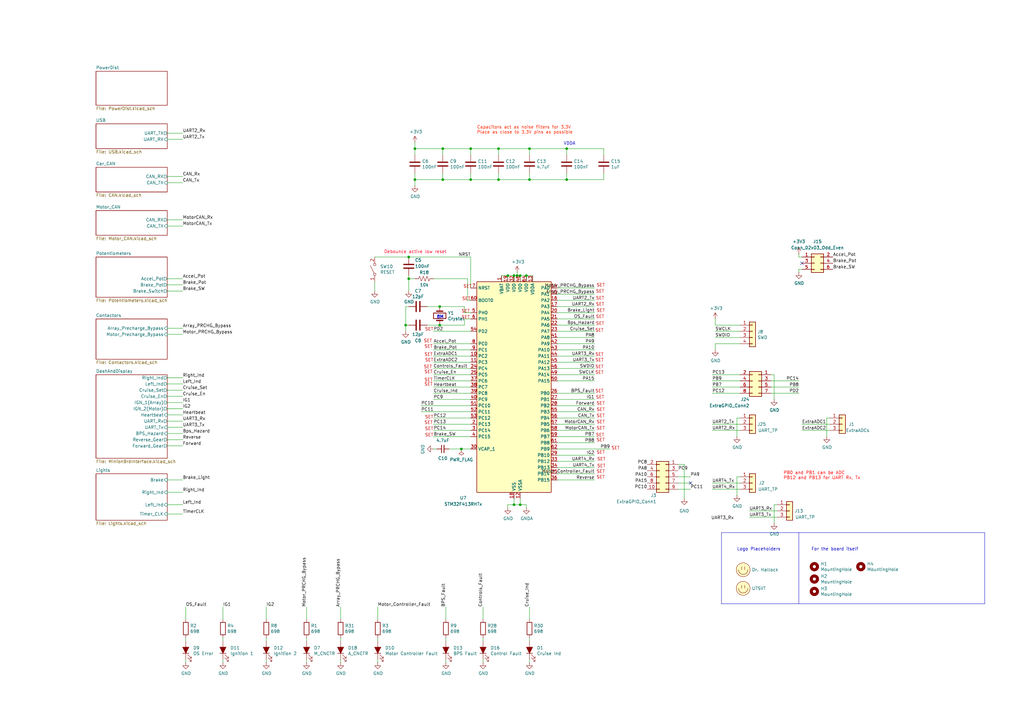
<source format=kicad_sch>
(kicad_sch (version 20231120) (generator "eeschema") (generator_version "8.0")
  (paper "A3")
  (title_block (title "Dashboard") (date "2020-06-06") (rev "2.0") (company "UTSVT") (comment 1 "Author: Chase Block"))
  (junction (at 212.09 113.03))
  (junction (at 217.17 60.96))
  (junction (at 232.41 60.96))
  (junction (at 167.64 105.41))
  (junction (at 217.17 73.66))
  (junction (at 167.64 114.3))
  (junction (at 193.04 60.96))
  (junction (at 210.82 207.01))
  (junction (at 213.36 207.01))
  (junction (at 166.37 133.35))
  (junction (at 180.34 125.73))
  (junction (at 213.36 113.03))
  (junction (at 181.61 60.96))
  (junction (at 208.28 113.03))
  (junction (at 181.61 73.66))
  (junction (at 189.23 184.15))
  (junction (at 215.9 113.03))
  (junction (at 210.82 113.03))
  (junction (at 193.04 73.66))
  (junction (at 232.41 73.66))
  (junction (at 170.18 73.66))
  (junction (at 180.34 133.35))
  (junction (at 204.47 73.66))
  (junction (at 170.18 60.96))
  (junction (at 204.47 60.96))
  (no_connect (at 283.21 198.12))
  (no_connect (at 328.93 107.95))
  (wire (pts (xy 228.6 128.27) (xy 243.84 128.27)))
  (wire (pts (xy 68.58 196.85) (xy 74.93 196.85)))
  (wire (pts (xy 303.53 173.99) (xy 292.1 173.99)))
  (wire (pts (xy 210.82 204.47) (xy 210.82 207.01)))
  (wire (pts (xy 232.41 73.66) (xy 232.41 71.12)))
  (wire (pts (xy 228.6 184.15) (xy 250.19 184.15)))
  (wire (pts (xy 228.6 148.59) (xy 243.84 148.59)))
  (wire (pts (xy 68.58 167.64) (xy 74.93 167.64)))
  (wire (pts (xy 328.93 105.41) (xy 327.66 105.41)))
  (polyline (pts (xy 327.66 218.44) (xy 327.66 247.65)))
  (wire (pts (xy 208.28 115.57) (xy 208.28 113.03)))
  (wire (pts (xy 228.6 156.21) (xy 243.84 156.21)))
  (wire (pts (xy 302.26 179.07) (xy 302.26 171.45)))
  (wire (pts (xy 177.8 153.67) (xy 193.04 153.67)))
  (wire (pts (xy 74.93 170.18) (xy 68.58 170.18)))
  (wire (pts (xy 217.17 60.96) (xy 204.47 60.96)))
  (wire (pts (xy 302.26 195.58) (xy 303.53 195.58)))
  (wire (pts (xy 243.84 123.19) (xy 228.6 123.19)))
  (wire (pts (xy 212.09 113.03) (xy 212.09 111.76)))
  (wire (pts (xy 217.17 271.78) (xy 217.17 270.51)))
  (wire (pts (xy 154.94 271.78) (xy 154.94 270.51)))
  (wire (pts (xy 193.04 171.45) (xy 177.8 171.45)))
  (wire (pts (xy 228.6 173.99) (xy 243.84 173.99)))
  (wire (pts (xy 303.53 133.35) (xy 293.37 133.35)))
  (wire (pts (xy 228.6 151.13) (xy 243.84 151.13)))
  (polyline (pts (xy 295.91 218.44) (xy 403.86 218.44)))
  (wire (pts (xy 318.77 212.09) (xy 307.34 212.09)))
  (wire (pts (xy 228.6 133.35) (xy 243.84 133.35)))
  (wire (pts (xy 181.61 60.96) (xy 193.04 60.96)))
  (wire (pts (xy 76.2 262.89) (xy 76.2 261.62)))
  (wire (pts (xy 213.36 207.01) (xy 210.82 207.01)))
  (wire (pts (xy 175.26 125.73) (xy 180.34 125.73)))
  (wire (pts (xy 68.58 114.3) (xy 74.93 114.3)))
  (wire (pts (xy 167.64 113.03) (xy 167.64 114.3)))
  (wire (pts (xy 68.58 210.82) (xy 74.93 210.82)))
  (wire (pts (xy 243.84 125.73) (xy 228.6 125.73)))
  (wire (pts (xy 68.58 162.56) (xy 74.93 162.56)))
  (wire (pts (xy 125.73 271.78) (xy 125.73 270.51)))
  (wire (pts (xy 109.22 248.92) (xy 109.22 254)))
  (wire (pts (xy 278.13 190.5) (xy 280.67 190.5)))
  (wire (pts (xy 68.58 74.93) (xy 74.93 74.93)))
  (wire (pts (xy 182.88 262.89) (xy 182.88 261.62)))
  (wire (pts (xy 317.5 163.83) (xy 317.5 153.67)))
  (wire (pts (xy 177.8 161.29) (xy 193.04 161.29)))
  (wire (pts (xy 68.58 119.38) (xy 74.93 119.38)))
  (wire (pts (xy 139.7 262.89) (xy 139.7 261.62)))
  (wire (pts (xy 228.6 196.85) (xy 243.84 196.85)))
  (wire (pts (xy 181.61 63.5) (xy 181.61 60.96)))
  (wire (pts (xy 208.28 207.01) (xy 208.28 208.28)))
  (wire (pts (xy 228.6 138.43) (xy 243.84 138.43)))
  (wire (pts (xy 125.73 262.89) (xy 125.73 261.62)))
  (wire (pts (xy 278.13 200.66) (xy 283.21 200.66)))
  (wire (pts (xy 193.04 128.27) (xy 190.5 128.27)))
  (wire (pts (xy 68.58 177.8) (xy 74.93 177.8)))
  (wire (pts (xy 318.77 209.55) (xy 307.34 209.55)))
  (wire (pts (xy 215.9 207.01) (xy 213.36 207.01)))
  (polyline (pts (xy 403.86 247.65) (xy 403.86 218.44)))
  (wire (pts (xy 292.1 161.29) (xy 303.53 161.29)))
  (wire (pts (xy 193.04 176.53) (xy 177.8 176.53)))
  (wire (pts (xy 109.22 262.89) (xy 109.22 261.62)))
  (wire (pts (xy 166.37 133.35) (xy 166.37 135.89)))
  (wire (pts (xy 340.36 176.53) (xy 328.93 176.53)))
  (wire (pts (xy 170.18 114.3) (xy 167.64 114.3)))
  (wire (pts (xy 317.5 214.63) (xy 317.5 207.01)))
  (wire (pts (xy 303.53 200.66) (xy 292.1 200.66)))
  (wire (pts (xy 109.22 271.78) (xy 109.22 270.51)))
  (wire (pts (xy 182.88 248.92) (xy 182.88 254)))
  (wire (pts (xy 177.8 156.21) (xy 193.04 156.21)))
  (wire (pts (xy 68.58 92.71) (xy 74.93 92.71)))
  (wire (pts (xy 228.6 118.11) (xy 243.84 118.11)))
  (wire (pts (xy 243.84 130.81) (xy 228.6 130.81)))
  (wire (pts (xy 68.58 175.26) (xy 74.93 175.26)))
  (wire (pts (xy 125.73 248.92) (xy 125.73 254)))
  (wire (pts (xy 170.18 73.66) (xy 181.61 73.66)))
  (wire (pts (xy 182.88 271.78) (xy 182.88 270.51)))
  (wire (pts (xy 243.84 135.89) (xy 228.6 135.89)))
  (wire (pts (xy 154.94 262.89) (xy 154.94 261.62)))
  (wire (pts (xy 198.12 262.89) (xy 198.12 261.62)))
  (wire (pts (xy 303.53 176.53) (xy 292.1 176.53)))
  (wire (pts (xy 189.23 184.15) (xy 193.04 184.15)))
  (wire (pts (xy 217.17 63.5) (xy 217.17 60.96)))
  (wire (pts (xy 193.04 71.12) (xy 193.04 73.66)))
  (wire (pts (xy 327.66 105.41) (xy 327.66 104.14)))
  (wire (pts (xy 228.6 143.51) (xy 243.84 143.51)))
  (wire (pts (xy 327.66 161.29) (xy 316.23 161.29)))
  (wire (pts (xy 170.18 60.96) (xy 170.18 58.42)))
  (wire (pts (xy 302.26 171.45) (xy 303.53 171.45)))
  (wire (pts (xy 228.6 191.77) (xy 243.84 191.77)))
  (wire (pts (xy 204.47 73.66) (xy 217.17 73.66)))
  (wire (pts (xy 68.58 160.02) (xy 74.93 160.02)))
  (wire (pts (xy 68.58 172.72) (xy 74.93 172.72)))
  (wire (pts (xy 198.12 248.92) (xy 198.12 254)))
  (wire (pts (xy 327.66 111.76) (xy 327.66 110.49)))
  (wire (pts (xy 167.64 125.73) (xy 166.37 125.73)))
  (wire (pts (xy 228.6 163.83) (xy 243.84 163.83)))
  (wire (pts (xy 232.41 60.96) (xy 247.65 60.96)))
  (wire (pts (xy 190.5 128.27) (xy 190.5 125.73)))
  (wire (pts (xy 191.77 123.19) (xy 191.77 114.3)))
  (wire (pts (xy 154.94 248.92) (xy 154.94 254)))
  (wire (pts (xy 167.64 105.41) (xy 193.04 105.41)))
  (wire (pts (xy 327.66 158.75) (xy 316.23 158.75)))
  (wire (pts (xy 217.17 73.66) (xy 232.41 73.66)))
  (wire (pts (xy 218.44 115.57) (xy 218.44 113.03)))
  (wire (pts (xy 228.6 146.05) (xy 243.84 146.05)))
  (wire (pts (xy 215.9 207.01) (xy 215.9 208.28)))
  (wire (pts (xy 68.58 207.01) (xy 74.93 207.01)))
  (wire (pts (xy 91.44 248.92) (xy 91.44 254)))
  (wire (pts (xy 217.17 262.89) (xy 217.17 261.62)))
  (wire (pts (xy 166.37 125.73) (xy 166.37 133.35)))
  (wire (pts (xy 68.58 154.94) (xy 74.93 154.94)))
  (wire (pts (xy 153.67 115.57) (xy 153.67 119.38)))
  (wire (pts (xy 280.67 190.5) (xy 280.67 204.47)))
  (wire (pts (xy 177.8 158.75) (xy 193.04 158.75)))
  (wire (pts (xy 218.44 113.03) (xy 215.9 113.03)))
  (wire (pts (xy 193.04 123.19) (xy 191.77 123.19)))
  (wire (pts (xy 193.04 130.81) (xy 190.5 130.81)))
  (wire (pts (xy 228.6 161.29) (xy 243.84 161.29)))
  (wire (pts (xy 193.04 105.41) (xy 193.04 118.11)))
  (polyline (pts (xy 295.91 247.65) (xy 403.86 247.65)))
  (wire (pts (xy 91.44 271.78) (xy 91.44 270.51)))
  (wire (pts (xy 228.6 168.91) (xy 243.84 168.91)))
  (wire (pts (xy 278.13 195.58) (xy 283.21 195.58)))
  (wire (pts (xy 68.58 116.84) (xy 74.93 116.84)))
  (wire (pts (xy 292.1 156.21) (xy 303.53 156.21)))
  (wire (pts (xy 190.5 130.81) (xy 190.5 133.35)))
  (wire (pts (xy 68.58 54.61) (xy 74.93 54.61)))
  (wire (pts (xy 210.82 113.03) (xy 212.09 113.03)))
  (wire (pts (xy 170.18 71.12) (xy 170.18 73.66)))
  (wire (pts (xy 228.6 153.67) (xy 243.84 153.67)))
  (wire (pts (xy 68.58 134.62) (xy 74.93 134.62)))
  (wire (pts (xy 228.6 179.07) (xy 243.84 179.07)))
  (wire (pts (xy 303.53 138.43) (xy 293.37 138.43)))
  (wire (pts (xy 292.1 153.67) (xy 303.53 153.67)))
  (wire (pts (xy 293.37 140.97) (xy 293.37 143.51)))
  (wire (pts (xy 339.09 179.07) (xy 339.09 171.45)))
  (wire (pts (xy 193.04 73.66) (xy 204.47 73.66)))
  (wire (pts (xy 177.8 151.13) (xy 193.04 151.13)))
  (wire (pts (xy 204.47 71.12) (xy 204.47 73.66)))
  (wire (pts (xy 205.74 113.03) (xy 208.28 113.03)))
  (wire (pts (xy 190.5 133.35) (xy 180.34 133.35)))
  (wire (pts (xy 228.6 186.69) (xy 243.84 186.69)))
  (wire (pts (xy 228.6 171.45) (xy 243.84 171.45)))
  (wire (pts (xy 217.17 248.92) (xy 217.17 254)))
  (polyline (pts (xy 295.91 218.44) (xy 295.91 247.65)))
  (wire (pts (xy 303.53 198.12) (xy 292.1 198.12)))
  (wire (pts (xy 232.41 73.66) (xy 247.65 73.66)))
  (wire (pts (xy 317.5 207.01) (xy 318.77 207.01)))
  (wire (pts (xy 170.18 63.5) (xy 170.18 60.96)))
  (wire (pts (xy 167.64 133.35) (xy 166.37 133.35)))
  (wire (pts (xy 68.58 157.48) (xy 74.93 157.48)))
  (wire (pts (xy 292.1 158.75) (xy 303.53 158.75)))
  (wire (pts (xy 228.6 189.23) (xy 243.84 189.23)))
  (wire (pts (xy 303.53 140.97) (xy 293.37 140.97)))
  (wire (pts (xy 217.17 71.12) (xy 217.17 73.66)))
  (wire (pts (xy 177.8 135.89) (xy 193.04 135.89)))
  (wire (pts (xy 177.8 140.97) (xy 193.04 140.97)))
  (wire (pts (xy 198.12 271.78) (xy 198.12 270.51)))
  (wire (pts (xy 181.61 73.66) (xy 193.04 73.66)))
  (wire (pts (xy 177.8 184.15) (xy 179.07 184.15)))
  (wire (pts (xy 76.2 271.78) (xy 76.2 270.51)))
  (wire (pts (xy 91.44 262.89) (xy 91.44 261.62)))
  (wire (pts (xy 177.8 143.51) (xy 193.04 143.51)))
  (wire (pts (xy 247.65 73.66) (xy 247.65 71.12)))
  (wire (pts (xy 139.7 248.92) (xy 139.7 254)))
  (wire (pts (xy 68.58 182.88) (xy 74.93 182.88)))
  (wire (pts (xy 228.6 194.31) (xy 243.84 194.31)))
  (wire (pts (xy 247.65 60.96) (xy 247.65 63.5)))
  (wire (pts (xy 193.04 173.99) (xy 177.8 173.99)))
  (wire (pts (xy 302.26 203.2) (xy 302.26 195.58)))
  (wire (pts (xy 303.53 135.89) (xy 293.37 135.89)))
  (wire (pts (xy 177.8 163.83) (xy 193.04 163.83)))
  (wire (pts (xy 193.04 166.37) (xy 172.72 166.37)))
  (wire (pts (xy 68.58 137.16) (xy 74.93 137.16)))
  (wire (pts (xy 68.58 165.1) (xy 74.93 165.1)))
  (wire (pts (xy 172.72 168.91) (xy 193.04 168.91)))
  (wire (pts (xy 167.64 114.3) (xy 167.64 119.38)))
  (wire (pts (xy 68.58 201.93) (xy 74.93 201.93)))
  (wire (pts (xy 210.82 115.57) (xy 210.82 113.03)))
  (wire (pts (xy 175.26 133.35) (xy 180.34 133.35)))
  (wire (pts (xy 139.7 271.78) (xy 139.7 270.51)))
  (wire (pts (xy 327.66 110.49) (xy 328.93 110.49)))
  (wire (pts (xy 215.9 115.57) (xy 215.9 113.03)))
  (wire (pts (xy 68.58 72.39) (xy 74.93 72.39)))
  (wire (pts (xy 228.6 166.37) (xy 243.84 166.37)))
  (wire (pts (xy 170.18 60.96) (xy 181.61 60.96)))
  (wire (pts (xy 181.61 71.12) (xy 181.61 73.66)))
  (wire (pts (xy 68.58 90.17) (xy 74.93 90.17)))
  (wire (pts (xy 228.6 176.53) (xy 243.84 176.53)))
  (wire (pts (xy 205.74 115.57) (xy 205.74 113.03)))
  (wire (pts (xy 278.13 198.12) (xy 283.21 198.12)))
  (wire (pts (xy 68.58 180.34) (xy 74.93 180.34)))
  (wire (pts (xy 170.18 73.66) (xy 170.18 76.2)))
  (wire (pts (xy 177.8 148.59) (xy 193.04 148.59)))
  (wire (pts (xy 68.58 57.15) (xy 74.93 57.15)))
  (wire (pts (xy 193.04 60.96) (xy 193.04 63.5)))
  (wire (pts (xy 210.82 207.01) (xy 208.28 207.01)))
  (wire (pts (xy 213.36 115.57) (xy 213.36 113.03)))
  (wire (pts (xy 213.36 113.03) (xy 212.09 113.03)))
  (wire (pts (xy 193.04 179.07) (xy 177.8 179.07)))
  (wire (pts (xy 208.28 113.03) (xy 210.82 113.03)))
  (wire (pts (xy 177.8 146.05) (xy 193.04 146.05)))
  (wire (pts (xy 191.77 114.3) (xy 177.8 114.3)))
  (wire (pts (xy 327.66 156.21) (xy 316.23 156.21)))
  (wire (pts (xy 228.6 181.61) (xy 243.84 181.61)))
  (wire (pts (xy 340.36 173.99) (xy 328.93 173.99)))
  (wire (pts (xy 339.09 171.45) (xy 340.36 171.45)))
  (wire (pts (xy 204.47 63.5) (xy 204.47 60.96)))
  (wire (pts (xy 217.17 60.96) (xy 232.41 60.96)))
  (wire (pts (xy 232.41 60.96) (xy 232.41 63.5)))
  (wire (pts (xy 215.9 113.03) (xy 213.36 113.03)))
  (wire (pts (xy 190.5 125.73) (xy 180.34 125.73)))
  (wire (pts (xy 293.37 133.35) (xy 293.37 130.81)))
  (wire (pts (xy 153.67 105.41) (xy 167.64 105.41)))
  (wire (pts (xy 228.6 140.97) (xy 243.84 140.97)))
  (wire (pts (xy 213.36 204.47) (xy 213.36 207.01)))
  (wire (pts (xy 184.15 184.15) (xy 189.23 184.15)))
  (wire (pts (xy 228.6 120.65) (xy 243.84 120.65)))
  (wire (pts (xy 76.2 248.92) (xy 76.2 254)))
  (wire (pts (xy 193.04 60.96) (xy 204.47 60.96)))
  (wire (pts (xy 317.5 153.67) (xy 316.23 153.67)))
  (text "SET" (at 245.872 147.828 0) (effects (font (size 1.27 1.27))))
  (text "SET" (at 245.872 152.908 0) (effects (font (size 1.27 1.27))))
  (text "SET" (at 175.768 152.654 0) (effects (font (size 1.27 1.27))))
  (text "SET" (at 175.514 150.622 0) (effects (font (size 1.27 1.27))))
  (text "SET" (at 175.514 139.954 0) (effects (font (size 1.27 1.27))))
  (text "SET" (at 246.126 163.068 0) (effects (font (size 1.27 1.27))))
  (text "SET" (at 191.262 122.682 0) (effects (font (size 1.27 1.27))))
  (text "SET" (at 246.38 173.228 0) (effects (font (size 1.27 1.27))))
  (text "SET" (at 246.38 170.688 0) (effects (font (size 1.27 1.27))))
  (text "VDDA" (at 231.14 59.69 0) (effects (font (size 1.27 1.27)) (justify left bottom)))
  (text "SET" (at 246.126 132.842 0) (effects (font (size 1.27 1.27))))
  (text "8M" (at 179.07 130.81 0) (effects (font (size 1.27 1.27) (thickness 0.254) (bold yes)) (justify left bottom)))
  (text "SET" (at 246.634 188.468 0) (effects (font (size 1.27 1.27))))
  (text "SET" (at 245.872 160.528 0) (effects (font (size 1.27 1.27))))
  (text "SET" (at 191.77 117.602 0) (effects (font (size 1.27 1.27))))
  (text "SET" (at 246.38 193.548 0) (effects (font (size 1.27 1.27))))
  (text "SET" (at 175.768 157.734 0) (effects (font (size 1.27 1.27))))
  (text "SET" (at 246.38 165.608 0) (effects (font (size 1.27 1.27))))
  (text "SET" (at 246.126 178.562 0) (effects (font (size 1.27 1.27))))
  (text "SET" (at 246.38 127.508 0) (effects (font (size 1.27 1.27))))
  (text "SET" (at 246.38 195.834 0) (effects (font (size 1.27 1.27))))
  (text "SET" (at 246.126 119.634 0) (effects (font (size 1.27 1.27))))
  (text "SET" (at 245.872 135.636 0) (effects (font (size 1.27 1.27))))
  (text "SET" (at 246.126 124.968 0) (effects (font (size 1.27 1.27))))
  (text "SET" (at 246.38 185.674 0) (effects (font (size 1.27 1.27))))
  (text "SET" (at 252.476 183.896 0) (effects (font (size 1.27 1.27))))
  (text "SET" (at 245.872 150.622 0) (effects (font (size 1.27 1.27))))
  (text "SET" (at 175.768 173.482 0) (effects (font (size 1.27 1.27))))
  (text "SET" (at 176.022 147.828 0) (effects (font (size 1.27 1.27))))
  (text "PB0 and PB1 can be ADC\nPB12 and PB13 for UART Rx, Tx\n" (at 321.31 196.85 0) (effects (font (size 1.27 1.27)) (justify left bottom)))
  (text "SET" (at 246.634 191.262 0) (effects (font (size 1.27 1.27))))
  (text "SET" (at 176.022 171.196 0) (effects (font (size 1.27 1.27))))
  (text "SET" (at 246.38 168.148 0) (effects (font (size 1.27 1.27))))
  (text "SET" (at 191.008 130.302 0) (effects (font (size 1.27 1.27))))
  (text "SET" (at 176.022 135.128 0) (effects (font (size 1.27 1.27))))
  (text "SET" (at 175.768 155.956 0) (effects (font (size 1.27 1.27))))
  (text "SET" (at 246.38 180.594 0) (effects (font (size 1.27 1.27))))
  (text "Debounce active low reset" (at 157.48 104.14 0) (effects (font (size 1.27 1.27)) (justify left bottom)))
  (text "SET" (at 175.768 145.542 0) (effects (font (size 1.27 1.27))))
  (text "SET" (at 245.872 145.542 0) (effects (font (size 1.27 1.27))))
  (text "SET" (at 191.008 127.762 0) (effects (font (size 1.27 1.27))))
  (text "Logo Placeholders" (at 302.26 226.06 0) (effects (font (size 1.27 1.27)) (justify left bottom)))
  (text "SET" (at 246.126 130.048 0) (effects (font (size 1.27 1.27))))
  (text "SET" (at 175.768 142.24 0) (effects (font (size 1.27 1.27))))
  (text "SET" (at 246.126 122.428 0) (effects (font (size 1.27 1.27))))
  (text "SET" (at 246.38 175.768 0) (effects (font (size 1.27 1.27))))
  (text "Capacitors act as noise filters for 3.3V\nPlace as close to 3.3V pins as possible\n\n" (at 195.58 57.15 0) (effects (font (size 1.27 1.27)) (justify left bottom)))
  (text "For the board itself" (at 332.74 226.06 0) (effects (font (size 1.27 1.27)) (justify left bottom)))
  (text "SET" (at 246.38 117.094 0) (effects (font (size 1.27 1.27))))
  (text "SET" (at 176.022 178.562 0) (effects (font (size 1.27 1.27))))
  (text "SET" (at 176.022 176.022 0) (effects (font (size 1.27 1.27))))
  (label "PC13" (at 177.8 173.99 0))
  (label "Right_Ind" (at 74.93 154.94 0))
  (label "UART4_Rx" (at 292.1 200.66 0))
  (label "ExtraADC1" (at 177.8 146.05 0))
  (label "Array_PRCHG_Bypass" (at 139.7 248.92 90))
  (label "PD2" (at 177.8 135.89 0))
  (label "IG1" (at 243.84 163.83 180))
  (label "ExtraADC1" (at 328.93 173.99 0))
  (label "PB7" (at 243.84 179.07 180))
  (label "PC14" (at 327.66 156.21 180))
  (label "TimerCLK" (at 177.8 156.21 0))
  (label "Cruise_Set" (at 243.84 135.89 180))
  (label "PC10" (at 265.43 200.66 180))
  (label "UART2_Rx" (at 243.84 125.73 180))
  (label "Bps_Hazard" (at 74.93 177.8 0))
  (label "BPS_Fault" (at 182.88 248.92 90))
  (label "Motor_Controller_Fault" (at 243.84 194.31 180))
  (label "UART3_Tx" (at 243.84 148.59 180))
  (label "Brake_Pot" (at 74.93 116.84 0))
  (label "IG2" (at 243.84 186.69 180))
  (label "Cruise_Ind" (at 177.8 161.29 0))
  (label "CAN_Tx" (at 74.93 74.93 0))
  (label "BPS_Fault" (at 243.84 161.29 180))
  (label "PB8" (at 243.84 181.61 180))
  (label "Brake_Pot" (at 177.8 143.51 0))
  (label "Reverse" (at 243.84 196.85 180))
  (label "UART2_Tx" (at 243.84 123.19 180))
  (label "IG2" (at 109.22 248.92 0))
  (label "MotorCAN_Tx" (at 74.93 92.71 0))
  (label "PC9" (at 177.8 163.83 0))
  (label "IG2" (at 74.93 167.64 0))
  (label "UART2_Tx" (at 292.1 173.99 0))
  (label "UART4_Rx" (at 243.84 189.23 180))
  (label "CAN_Rx" (at 243.84 168.91 180))
  (label "PC9" (at 278.13 193.04 0))
  (label "ExtraADC2" (at 328.93 176.53 0))
  (label "Heartbeat" (at 177.8 158.75 0))
  (label "Right_Ind" (at 74.93 201.93 0))
  (label "PC12" (at 292.1 161.29 0))
  (label "UART3_Rx" (at 307.34 209.55 0))
  (label "UART2_Tx" (at 74.93 57.15 0))
  (label "Array_PRCHG_Bypass" (at 243.84 120.65 180))
  (label "Accel_Pot" (at 177.8 140.97 0))
  (label "SWCLK" (at 293.37 135.89 0))
  (label "UART2_Rx" (at 74.93 54.61 0))
  (label "Reverse" (at 74.93 180.34 0))
  (label "Forward" (at 74.93 182.88 0))
  (label "Brake_SW" (at 177.8 179.07 0))
  (label "SWDIO" (at 293.37 138.43 0))
  (label "IG1" (at 74.93 165.1 0))
  (label "PC12" (at 177.8 171.45 0))
  (label "SWDIO" (at 243.84 151.13 180))
  (label "ExtraADC2" (at 177.8 148.59 0))
  (label "PA10" (at 265.43 195.58 180))
  (label "PA9" (at 283.21 195.58 0))
  (label "IG1" (at 91.44 248.92 0))
  (label "PA15" (at 265.43 198.12 180))
  (label "PC8" (at 265.43 190.5 180))
  (label "PB9" (at 292.1 156.21 0))
  (label "MotorCAN_Tx" (at 243.84 176.53 180))
  (label "Brake_Pot" (at 341.63 107.95 0))
  (label "Controls_Fault" (at 177.8 151.13 0))
  (label "Accel_Pot" (at 74.93 114.3 0))
  (label "PB7" (at 292.1 158.75 0))
  (label "OS_Fault" (at 76.2 248.92 0))
  (label "Cruise_Ind" (at 217.17 248.92 90))
  (label "PC10" (at 172.72 166.37 0))
  (label "Motor_PRCHG_Bypass" (at 125.73 248.92 90))
  (label "PA8" (at 243.84 138.43 180))
  (label "Cruise_Set" (at 74.93 160.02 0))
  (label "Brake_Light" (at 74.93 196.85 0))
  (label "Left_Ind" (at 74.93 207.01 0))
  (label "SWCLK" (at 243.84 153.67 180))
  (label "PB8" (at 327.66 158.75 180))
  (label "Cruise_En" (at 74.93 162.56 0))
  (label "UART2_Rx" (at 292.1 176.53 0))
  (label "Motor_PRCHG_Bypass" (at 243.84 118.11 180))
  (label "UART3_Tx" (at 74.93 175.26 0))
  (label "Left_Ind" (at 74.93 157.48 0))
  (label "PA9" (at 243.84 140.97 180))
  (label "Cruise_En" (at 177.8 153.67 0))
  (label "Brake_SW" (at 74.93 119.38 0))
  (label "PC11" (at 283.21 200.66 0))
  (label "Brake_Light" (at 243.84 128.27 180))
  (label "Motor_Controller_Fault" (at 154.94 248.92 0))
  (label "MotorCAN_Rx" (at 243.84 173.99 180))
  (label "UART3_Rx" (at 243.84 146.05 180))
  (label "NRST" (at 193.04 105.41 180))
  (label "OS_Fault" (at 243.84 130.81 180))
  (label "CAN_Rx" (at 74.93 72.39 0))
  (label "UART4_Tx" (at 243.84 191.77 180))
  (label "PC13" (at 292.1 153.67 0))
  (label "Brake_SW" (at 341.63 110.49 0))
  (label "Accel_Pot" (at 341.63 105.41 0))
  (label "Bps_Hazard" (at 243.84 133.35 180))
  (label "Controls_Fault" (at 198.12 248.92 90))
  (label "MotorCAN_Rx" (at 74.93 90.17 0))
  (label "PA10" (at 243.84 143.51 180))
  (label "Heartbeat" (at 74.93 170.18 0))
  (label "CAN_Tx" (at 243.84 171.45 180))
  (label "Forward" (at 243.84 166.37 180))
  (label "TimerCLK" (at 74.93 210.82 0))
  (label "Motor_PRCHG_Bypass" (at 74.93 137.16 0))
  (label "UART4_Tx" (at 292.1 198.12 0))
  (label "UART3_Rx" (at 300.99 213.36 180))
  (label "PA15" (at 243.84 156.21 180))
  (label "PC14" (at 177.8 176.53 0))
  (label "UART3_Rx" (at 74.93 172.72 0))
  (label "UART3_Tx" (at 307.34 212.09 0))
  (label "PD2" (at 327.66 161.29 180))
  (label "PB9" (at 250.19 184.15 180))
  (label "PC11" (at 172.72 168.91 0))
  (label "Array_PRCHG_Bypass" (at 74.93 134.62 0))
  (label "PA8" (at 265.43 193.04 180))
  (symbol (lib_id "Mechanical:MountingHole") (at 334.01 232.41 0) (unit 1)
    (property "Reference" "H1" (at 336.55 231.2416 0) (effects (justify left)))
    (property "Value" "MountingHole" (at 336.55 233.553 0) (effects (justify left)))
    (property "Footprint" "MountingHole:MountingHole_3mm" (effects (hide yes)))
    (property "Description" "Mounting Hole without connection" (effects (hide yes)))
  )
  (symbol (lib_id "Mechanical:MountingHole") (at 334.01 237.49 0) (unit 1)
    (property "Reference" "H2" (at 336.55 236.3216 0) (effects (justify left)))
    (property "Value" "MountingHole" (at 336.55 238.633 0) (effects (justify left)))
    (property "Footprint" "MountingHole:MountingHole_3mm" (effects (hide yes)))
    (property "Description" "Mounting Hole without connection" (effects (hide yes)))
  )
  (symbol (lib_id "Mechanical:MountingHole") (at 334.01 242.57 0) (unit 1)
    (property "Reference" "H3" (at 336.55 241.4016 0) (effects (justify left)))
    (property "Value" "MountingHole" (at 336.55 243.713 0) (effects (justify left)))
    (property "Footprint" "MountingHole:MountingHole_3mm" (effects (hide yes)))
    (property "Description" "Mounting Hole without connection" (effects (hide yes)))
  )
  (symbol (lib_id "Mechanical:MountingHole") (at 353.06 232.41 0) (unit 1)
    (property "Reference" "H4" (at 355.6 231.2416 0) (effects (justify left)))
    (property "Value" "MountingHole" (at 355.6 233.553 0) (effects (justify left)))
    (property "Footprint" "MountingHole:MountingHole_3mm" (effects (hide yes)))
    (property "Description" "Mounting Hole without connection" (effects (hide yes)))
  )
  (symbol (lib_id "MCU_ST_STM32F4:STM32F413RHTx") (at 210.82 158.75 0) (unit 1)
    (property "Reference" "U7" (at 189.992 204.216 0))
    (property "Value" "STM32F413RHTx" (at 189.992 206.756 0))
    (property "Footprint" "Package_QFP:LQFP-64_10x10mm_P0.5mm" (effects (hide yes)))
    (property "Datasheet" "https://www.st.com/resource/en/datasheet/stm32f413rh.pdf" (effects (hide yes)))
    (property "Description" "STMicroelectronics Arm Cortex-M4 MCU, 1536KB flash, 320KB RAM, 100 MHz, 1.7-3.6V, 50 GPIO, LQFP64" (effects (hide yes)))
    (property "Mouser Part Number" "511-STM32F413RHT6" (effects (hide yes)))
  )
  (symbol (lib_id "power:+3.3V") (at 212.09 111.76 0) (unit 1)
    (property "Reference" "#PWR055" (effects (hide yes)))
    (property "Value" "+3V3" (at 212.471 107.3658 0))
    (property "Description" "Power symbol creates a global label with name \"+3.3V\"" (effects (hide yes)))
  )
  (symbol (lib_id "Device:R_US") (at 173.99 114.3 270) (unit 1)
    (property "Reference" "R18" (at 173.99 111.76 90))
    (property "Value" "10k" (at 173.99 116.84 90))
    (property "Footprint" "Resistor_SMD:R_0805_2012Metric" (effects (hide yes)))
    (property "Datasheet" "https://www.mouser.in/ProductDetail/Vishay-Dale/CRCW080510K0FKEAC?qs=E3Y5ESvWgWORadmUijPtxQ%3D%3D" (effects (hide yes)))
    (property "Description" "Resistor, US symbol" (effects (hide yes)))
    (property "Mouser Part Number" "71-CRCW080510K0FKEAC " (effects (hide yes)))
  )
  (symbol (lib_id "power:GND") (at 167.64 119.38 0) (unit 1)
    (property "Reference" "#PWR050" (effects (hide yes)))
    (property "Value" "GND" (at 167.767 123.7742 0))
    (property "Description" "Power symbol creates a global label with name \"GND\" , ground" (effects (hide yes)))
  )
  (symbol (lib_id "Switch:SW_SPST") (at 153.67 110.49 90) (unit 1)
    (property "Reference" "SW10" (at 155.9052 109.3216 90) (effects (justify right)))
    (property "Value" "RESET" (at 155.9052 111.633 90) (effects (justify right)))
    (property "Footprint" "Button_Switch_SMD:SW_SPST_B3SL-1002P" (effects (hide yes)))
    (property "Datasheet" "https://www.mouser.com/ProductDetail/Omron-Electronics/B3SL-1002P?qs=h8kCHL4kpM7r31L1Z%2F%2FPBA%3D%3D&srsltid=AfmBOoqvnlLm4d6j_9UScyYaFdA6exiWHwrXO8PNd4a5HEouRWEwRn-u" (effects (hide yes)))
    (property "Description" "Single Pole Single Throw (SPST) switch" (effects (hide yes)))
    (property "Mouser Part Number" "653-B3SL-1002P " (effects (hide yes)))
  )
  (symbol (lib_id "power:GND") (at 153.67 119.38 0) (unit 1)
    (property "Reference" "#PWR048" (effects (hide yes)))
    (property "Value" "GND" (at 153.797 123.7742 0))
    (property "Description" "Power symbol creates a global label with name \"GND\" , ground" (effects (hide yes)))
  )
  (symbol (lib_id "Device:C") (at 167.64 109.22 0) (unit 1)
    (property "Reference" "C5" (at 170.18 106.68 0) (effects (justify left)))
    (property "Value" "100nF" (at 170.18 109.22 0) (effects (justify left)))
    (property "Footprint" "Capacitor_SMD:C_0805_2012Metric" (effects (hide yes)))
    (property "Datasheet" "https://www.mouser.com/ProductDetail/KEMET/C0805C104M5RACTU?qs=VOOUd%252Bza08qHu13WgNByHQ%3D%3D" (effects (hide yes)))
    (property "Description" "Unpolarized capacitor" (effects (hide yes)))
    (property "Mouser Part Number" "80-C0805C104M5R" (effects (hide yes)))
  )
  (symbol (lib_id "Device:C_Small") (at 181.61 184.15 90) (unit 1)
    (property "Reference" "C10" (at 181.61 187.96 90))
    (property "Value" "4.7uF" (at 181.61 180.6448 90))
    (property "Footprint" "Capacitor_SMD:C_0805_2012Metric" (effects (hide yes)))
    (property "Datasheet" "https://www.mouser.com/ProductDetail/Murata-Electronics/GRM219R6YA475KA73D?qs=eeBpzGFlv%252B%252Bho6epIC%2FPCA%3D%3D&srsltid=AfmBOor8KpuDmhbErgZyZAx51mjKq7YIEoZ5aJP4Jbdc10duuv9ImkWI" (effects (hide yes)))
    (property "Description" "Unpolarized capacitor, small symbol" (effects (hide yes)))
    (property "Mouser Part Number" "81-GRM219R6YA475KA3D" (effects (hide yes)))
  )
  (symbol (lib_id "power:GND") (at 177.8 184.15 270) (unit 1)
    (property "Reference" "#PWR053" (effects (hide yes)))
    (property "Value" "GND" (at 173.4058 184.277 0))
    (property "Description" "Power symbol creates a global label with name \"GND\" , ground" (effects (hide yes)))
  )
  (symbol (lib_id "Device:Crystal") (at 180.34 129.54 90) (unit 1)
    (property "Reference" "Y1" (at 183.6674 128.3716 90) (effects (justify right)))
    (property "Value" "Crystal" (at 183.6674 130.683 90) (effects (justify right)))
    (property "Footprint" "Crystal:Crystal_SMD_TXC_7A-2Pin_5x3.2mm" (effects (hide yes)))
    (property "Description" "Two pin crystal" (effects (hide yes)))
    (property "Mouser Part Number" "ABM3-8.000MHZ-D2Y-T" (effects (hide yes)))
  )
  (symbol (lib_id "Device:C") (at 171.45 125.73 270) (unit 1)
    (property "Reference" "C7" (at 171.45 119.3292 90))
    (property "Value" "12pF" (at 171.45 121.6406 90))
    (property "Footprint" "Capacitor_SMD:C_0805_2012Metric" (effects (hide yes)))
    (property "Datasheet" "https://www.mouser.com/ProductDetail/KEMET/C0805C120K5HACTU?qs=W0yvOO0ixfGH1U1FMTp%2FYw%3D%3D&srsltid=AfmBOopk7J7s_aekY7Ow_i_XB0RBPUFpH4WlJIO-G5MdWjSQ5G2q3HI1" (effects (hide yes)))
    (property "Description" "Unpolarized capacitor" (effects (hide yes)))
    (property "Mouser Part Number" "80-C0805C120K5HACTU" (effects (hide yes)))
  )
  (symbol (lib_id "Device:C") (at 171.45 133.35 270) (unit 1)
    (property "Reference" "C8" (at 171.45 139.7 90))
    (property "Value" "12pF" (at 171.45 137.16 90))
    (property "Footprint" "Capacitor_SMD:C_0805_2012Metric" (effects (hide yes)))
    (property "Datasheet" "https://www.mouser.com/ProductDetail/KEMET/C0805C120K5HACTU?qs=W0yvOO0ixfGH1U1FMTp%2FYw%3D%3D&srsltid=AfmBOopk7J7s_aekY7Ow_i_XB0RBPUFpH4WlJIO-G5MdWjSQ5G2q3HI1" (effects (hide yes)))
    (property "Description" "Unpolarized capacitor" (effects (hide yes)))
    (property "Mouser Part Number" "80-C0805C120K5HACTU" (effects (hide yes)))
  )
  (symbol (lib_id "power:GND") (at 166.37 135.89 0) (unit 1)
    (property "Reference" "#PWR049" (effects (hide yes)))
    (property "Value" "GND" (at 166.497 140.2842 0))
    (property "Description" "Power symbol creates a global label with name \"GND\" , ground" (effects (hide yes)))
  )
  (symbol (lib_id "Connector_Generic:Conn_01x04") (at 308.61 135.89 0) (unit 1)
    (property "Reference" "J8" (at 310.642 136.0932 0) (effects (justify left)))
    (property "Value" "SWD" (at 310.642 138.4046 0) (effects (justify left)))
    (property "Footprint" "Connector_PinHeader_2.54mm:PinHeader_1x04_P2.54mm_Vertical" (effects (hide yes)))
    (property "Description" "Generic connector, single row, 01x04, script generated (kicad-library-utils/schlib/autogen/connector/)" (effects (hide yes)))
  )
  (symbol (lib_id "power:GND") (at 293.37 143.51 0) (unit 1)
    (property "Reference" "#PWR057" (effects (hide yes)))
    (property "Value" "GND" (at 293.497 147.9042 0))
    (property "Description" "Power symbol creates a global label with name \"GND\" , ground" (effects (hide yes)))
  )
  (symbol (lib_id "power:+3.3V") (at 293.37 130.81 0) (unit 1)
    (property "Reference" "#PWR058" (effects (hide yes)))
    (property "Value" "+3V3" (at 293.751 126.4158 0))
    (property "Description" "Power symbol creates a global label with name \"+3.3V\"" (effects (hide yes)))
  )
  (symbol (lib_id "power:+3.3V") (at 170.18 58.42 0) (unit 1)
    (property "Reference" "#PWR051" (effects (hide yes)))
    (property "Value" "+3V3" (at 170.561 54.0258 0))
    (property "Description" "Power symbol creates a global label with name \"+3.3V\"" (effects (hide yes)))
  )
  (symbol (lib_id "power:GND") (at 170.18 76.2 0) (unit 1)
    (property "Reference" "#PWR052" (effects (hide yes)))
    (property "Value" "GND" (at 170.307 80.5942 0))
    (property "Description" "Power symbol creates a global label with name \"GND\" , ground" (effects (hide yes)))
  )
  (symbol (lib_id "Device:C") (at 170.18 67.31 0) (unit 1)
    (property "Reference" "C6" (at 173.101 66.1416 0) (effects (justify left)))
    (property "Value" "100nF" (at 173.101 68.453 0) (effects (justify left)))
    (property "Footprint" "Capacitor_SMD:C_0805_2012Metric" (effects (hide yes)))
    (property "Datasheet" "https://www.mouser.com/ProductDetail/KEMET/C0805C104M5RACTU?qs=VOOUd%252Bza08qHu13WgNByHQ%3D%3D" (effects (hide yes)))
    (property "Description" "Unpolarized capacitor" (effects (hide yes)))
    (property "Mouser Part Number" "80-C0805C104M5R" (effects (hide yes)))
  )
  (symbol (lib_id "Device:C") (at 217.17 67.31 0) (unit 1)
    (property "Reference" "C13" (at 220.091 66.1416 0) (effects (justify left)))
    (property "Value" "4.7uF" (at 220.091 68.453 0) (effects (justify left)))
    (property "Footprint" "Capacitor_SMD:C_0805_2012Metric" (effects (hide yes)))
    (property "Datasheet" "https://www.mouser.com/ProductDetail/Murata-Electronics/GRM219R6YA475KA73D?qs=eeBpzGFlv%252B%252Bho6epIC%2FPCA%3D%3D&srsltid=AfmBOor8KpuDmhbErgZyZAx51mjKq7YIEoZ5aJP4Jbdc10duuv9ImkWI" (effects (hide yes)))
    (property "Description" "Unpolarized capacitor" (effects (hide yes)))
    (property "Mouser Part Number" "81-GRM219R6YA475KA3D" (effects (hide yes)))
  )
  (symbol (lib_id "Device:C") (at 232.41 67.31 0) (unit 1)
    (property "Reference" "C14" (at 235.331 66.1416 0) (effects (justify left)))
    (property "Value" "100nF" (at 235.331 68.453 0) (effects (justify left)))
    (property "Footprint" "Capacitor_SMD:C_0805_2012Metric" (effects (hide yes)))
    (property "Datasheet" "https://www.mouser.com/ProductDetail/KEMET/C0805C104M5RACTU?qs=VOOUd%252Bza08qHu13WgNByHQ%3D%3D" (effects (hide yes)))
    (property "Description" "Unpolarized capacitor" (effects (hide yes)))
    (property "Mouser Part Number" "80-C0805C104M5R" (effects (hide yes)))
  )
  (symbol (lib_id "power:GND") (at 208.28 208.28 0) (unit 1)
    (property "Reference" "#PWR054" (effects (hide yes)))
    (property "Value" "GND" (at 208.407 212.6742 0))
    (property "Description" "Power symbol creates a global label with name \"GND\" , ground" (effects (hide yes)))
  )
  (symbol (lib_id "power:GNDA") (at 215.9 208.28 0) (unit 1)
    (property "Reference" "#PWR056" (effects (hide yes)))
    (property "Value" "GNDA" (at 216.027 212.6742 0))
    (property "Description" "Power symbol creates a global label with name \"GNDA\" , analog ground" (effects (hide yes)))
  )
  (symbol (lib_id "Dashboard-rescue:Logo_Placeholder-utsvt-misc") (at 304.8 241.3 0) (unit 1)
    (property "Reference" "LOGO2" (effects (hide yes)))
    (property "Value" "UTSVT" (at 308.356 241.3 0) (effects (justify left)))
    (property "Footprint" "UTSVT_Special:UTSVT_Logo_Symbol" (effects (hide yes)))
  )
  (symbol (lib_id "Dashboard-rescue:Logo_Placeholder-utsvt-misc") (at 304.8 233.68 0) (unit 1)
    (property "Reference" "LOGO1" (effects (hide yes)))
    (property "Value" "Dr. Hallock" (at 308.356 233.68 0) (effects (justify left)))
    (property "Footprint" "UTSVT_Special:Hallock_Image" (effects (hide yes)))
  )
  (symbol (lib_id "power:GND") (at 317.5 163.83 0) (unit 1)
    (property "Reference" "#PWR0127" (effects (hide yes)))
    (property "Value" "GND" (at 317.627 168.2242 0))
    (property "Description" "Power symbol creates a global label with name \"GND\" , ground" (effects (hide yes)))
  )
  (symbol (lib_id "power:GND") (at 302.26 179.07 0) (unit 1)
    (property "Reference" "#PWR0128" (effects (hide yes)))
    (property "Value" "GND" (at 302.387 183.4642 0))
    (property "Description" "Power symbol creates a global label with name \"GND\" , ground" (effects (hide yes)))
  )
  (symbol (lib_id "Device:C") (at 181.61 67.31 0) (unit 1)
    (property "Reference" "C9" (at 184.531 66.1416 0) (effects (justify left)))
    (property "Value" "100nF" (at 184.531 68.453 0) (effects (justify left)))
    (property "Footprint" "Capacitor_SMD:C_0805_2012Metric" (effects (hide yes)))
    (property "Datasheet" "https://www.mouser.com/ProductDetail/KEMET/C0805C104M5RACTU?qs=VOOUd%252Bza08qHu13WgNByHQ%3D%3D" (effects (hide yes)))
    (property "Description" "Unpolarized capacitor" (effects (hide yes)))
    (property "Mouser Part Number" "80-C0805C104M5R" (effects (hide yes)))
  )
  (symbol (lib_id "Device:C") (at 193.04 67.31 0) (unit 1)
    (property "Reference" "C11" (at 195.961 66.1416 0) (effects (justify left)))
    (property "Value" "100nF" (at 195.961 68.453 0) (effects (justify left)))
    (property "Footprint" "Capacitor_SMD:C_0805_2012Metric" (effects (hide yes)))
    (property "Datasheet" "https://www.mouser.com/ProductDetail/KEMET/C0805C104M5RACTU?qs=VOOUd%252Bza08qHu13WgNByHQ%3D%3D" (effects (hide yes)))
    (property "Description" "Unpolarized capacitor" (effects (hide yes)))
    (property "Mouser Part Number" "80-C0805C104M5R" (effects (hide yes)))
  )
  (symbol (lib_id "Device:C") (at 204.47 67.31 0) (unit 1)
    (property "Reference" "C12" (at 207.391 66.1416 0) (effects (justify left)))
    (property "Value" "100nF" (at 207.391 68.453 0) (effects (justify left)))
    (property "Footprint" "Capacitor_SMD:C_0805_2012Metric" (effects (hide yes)))
    (property "Datasheet" "https://www.mouser.com/ProductDetail/KEMET/C0805C104M5RACTU?qs=VOOUd%252Bza08qHu13WgNByHQ%3D%3D" (effects (hide yes)))
    (property "Description" "Unpolarized capacitor" (effects (hide yes)))
    (property "Mouser Part Number" "80-C0805C104M5R" (effects (hide yes)))
  )
  (symbol (lib_id "Connector_Generic:Conn_01x03") (at 308.61 173.99 0) (unit 1)
    (property "Reference" "J25" (at 312.42 173.99 0))
    (property "Value" "UART_TP" (at 314.96 176.53 0))
    (property "Footprint" "Connector_PinHeader_2.54mm:PinHeader_1x03_P2.54mm_Vertical" (effects (hide yes)))
    (property "Description" "Generic connector, single row, 01x03, script generated (kicad-library-utils/schlib/autogen/connector/)" (effects (hide yes)))
  )
  (symbol (lib_id "Connector_Generic:Conn_02x04_Odd_Even") (at 311.15 156.21 0) (mirror y) (unit 1)
    (property "Reference" "J24" (at 307.34 163.83 0) (effects (justify left)))
    (property "Value" "ExtraGPIO_Conn2" (at 307.34 166.37 0) (effects (justify left)))
    (property "Footprint" "Connector_PinHeader_2.54mm:PinHeader_2x04_P2.54mm_Vertical" (effects (hide yes)))
    (property "Description" "Generic connector, double row, 02x04, odd/even pin numbering scheme (row 1 odd numbers, row 2 even numbers), script generated (kicad-library-utils/schlib/autogen/connector/)" (effects (hide yes)))
  )
  (symbol (lib_id "power:PWR_FLAG") (at 189.23 184.15 180) (unit 1)
    (property "Reference" "#FLG0103" (effects (hide yes)))
    (property "Value" "PWR_FLAG" (at 189.23 188.5442 0))
    (property "Description" "Special symbol for telling ERC where power comes from" (effects (hide yes)))
  )
  (symbol (lib_id "Device:C") (at 247.65 67.31 0) (unit 1)
    (property "Reference" "C15" (at 250.571 66.1416 0) (effects (justify left)))
    (property "Value" "1uF" (at 250.571 68.453 0) (effects (justify left)))
    (property "Footprint" "Capacitor_SMD:C_0805_2012Metric" (effects (hide yes)))
    (property "Datasheet" "https://jlcpcb.com/partdetail/Kemet-C0805C105J3RECAUTO/C1513495" (effects (hide yes)))
    (property "Description" "Unpolarized capacitor" (effects (hide yes)))
    (property "P/N" "C0805C105J3RECAUTO" (effects (hide yes)))
  )
  (symbol (lib_id "Device:LED_ALT") (at 91.44 266.7 90) (unit 1)
    (property "Reference" "D11" (at 94.4372 265.7348 90) (effects (justify right)))
    (property "Value" "Ignition 1" (at 94.4372 268.0462 90) (effects (justify right)))
    (property "Footprint" "LED_SMD:LED_0805_2012Metric" (effects (hide yes)))
    (property "Datasheet" "https://www.mouser.com/ProductDetail/Kingbright/APTD2012LCGCK?qs=AQlKX63v8RvNHN%2F9EGvNTg%3D%3D&srsltid=AfmBOooAHKD1ehETHFyXma0dZSsRO3OtCs7cgmDquFx90LgeUyiA_vS_" (effects (hide yes)))
    (property "Color" "Green" (effects (hide yes)))
    (property "P/N" "APTD2012LCGCK" (effects (hide yes)))
    (property "Mouser Part Number" "604-APTD2012LCGCK" (effects (hide yes)))
  )
  (symbol (lib_id "power:GND") (at 125.73 271.78 0) (unit 1)
    (property "Reference" "#PWR09" (effects (hide yes)))
    (property "Value" "GND" (at 125.857 276.1742 0))
    (property "Description" "Power symbol creates a global label with name \"GND\" , ground" (effects (hide yes)))
  )
  (symbol (lib_id "power:+3.3V") (at 327.66 104.14 0) (unit 1)
    (property "Reference" "#PWR019" (effects (hide yes)))
    (property "Value" "+3V3" (at 327.66 99.06 0))
    (property "Description" "Power symbol creates a global label with name \"+3.3V\"" (effects (hide yes)))
  )
  (symbol (lib_id "Device:R") (at 91.44 257.81 0) (unit 1)
    (property "Reference" "R4" (at 93.218 256.6416 0) (effects (justify left)))
    (property "Value" "698" (at 93.218 258.953 0) (effects (justify left)))
    (property "Footprint" "Resistor_SMD:R_0805_2012Metric" (effects (hide yes)))
    (property "Datasheet" "https://www.mouser.com/ProductDetail/Vishay-Dale/CRCW0805698RFKEAC?qs=E3Y5ESvWgWNV21yqx%2F8%2FJQ%3D%3D" (effects (hide yes)))
    (property "Description" "Resistor" (effects (hide yes)))
    (property "Mouser Part Number" "71-CRCW0805698RFKEAC" (effects (hide yes)))
  )
  (symbol (lib_id "power:GND") (at 76.2 271.78 0) (unit 1)
    (property "Reference" "#PWR016" (effects (hide yes)))
    (property "Value" "GND" (at 76.327 276.1742 0))
    (property "Description" "Power symbol creates a global label with name \"GND\" , ground" (effects (hide yes)))
  )
  (symbol (lib_id "power:GND") (at 302.26 203.2 0) (unit 1)
    (property "Reference" "#PWR08" (effects (hide yes)))
    (property "Value" "GND" (at 302.387 207.5942 0))
    (property "Description" "Power symbol creates a global label with name \"GND\" , ground" (effects (hide yes)))
  )
  (symbol (lib_id "Device:R") (at 198.12 257.81 0) (unit 1)
    (property "Reference" "R28" (at 199.898 256.6416 0) (effects (justify left)))
    (property "Value" "698" (at 199.898 258.953 0) (effects (justify left)))
    (property "Footprint" "Resistor_SMD:R_0805_2012Metric" (effects (hide yes)))
    (property "Datasheet" "https://www.mouser.com/ProductDetail/Vishay-Dale/CRCW0805698RFKEAC?qs=E3Y5ESvWgWNV21yqx%2F8%2FJQ%3D%3D" (effects (hide yes)))
    (property "Description" "Resistor" (effects (hide yes)))
    (property "Mouser Part Number" "71-CRCW0805698RFKEAC" (effects (hide yes)))
  )
  (symbol (lib_id "power:GND") (at 198.12 271.78 0) (unit 1)
    (property "Reference" "#PWR026" (effects (hide yes)))
    (property "Value" "GND" (at 198.247 276.1742 0))
    (property "Description" "Power symbol creates a global label with name \"GND\" , ground" (effects (hide yes)))
  )
  (symbol (lib_id "Device:R") (at 217.17 257.81 0) (unit 1)
    (property "Reference" "R30" (at 218.948 256.6416 0) (effects (justify left)))
    (property "Value" "698" (at 218.948 258.953 0) (effects (justify left)))
    (property "Footprint" "Resistor_SMD:R_0805_2012Metric" (effects (hide yes)))
    (property "Datasheet" "https://www.mouser.com/ProductDetail/Vishay-Dale/CRCW0805698RFKEAC?qs=E3Y5ESvWgWNV21yqx%2F8%2FJQ%3D%3D" (effects (hide yes)))
    (property "Description" "Resistor" (effects (hide yes)))
    (property "Mouser Part Number" "71-CRCW0805698RFKEAC" (effects (hide yes)))
  )
  (symbol (lib_id "Connector_Generic:Conn_02x05_Odd_Even") (at 273.05 195.58 0) (mirror y) (unit 1)
    (property "Reference" "J3" (at 269.24 203.2 0) (effects (justify left)))
    (property "Value" "ExtraGPIO_Conn1" (at 269.24 205.74 0) (effects (justify left)))
    (property "Footprint" "Connector_PinHeader_2.54mm:PinHeader_2x05_P2.54mm_Vertical" (effects (hide yes)))
    (property "Description" "Generic connector, double row, 02x05, odd/even pin numbering scheme (row 1 odd numbers, row 2 even numbers), script generated (kicad-library-utils/schlib/autogen/connector/)" (effects (hide yes)))
  )
  (symbol (lib_id "power:GND") (at 109.22 271.78 0) (unit 1)
    (property "Reference" "#PWR022" (effects (hide yes)))
    (property "Value" "GND" (at 109.347 276.1742 0))
    (property "Description" "Power symbol creates a global label with name \"GND\" , ground" (effects (hide yes)))
  )
  (symbol (lib_id "Connector_Generic:Conn_01x03") (at 345.44 173.99 0) (unit 1)
    (property "Reference" "J1" (at 349.25 173.99 0))
    (property "Value" "ExtraADCs" (at 351.79 176.53 0))
    (property "Footprint" "Connector_PinHeader_2.54mm:PinHeader_1x03_P2.54mm_Vertical" (effects (hide yes)))
    (property "Description" "Generic connector, single row, 01x03, script generated (kicad-library-utils/schlib/autogen/connector/)" (effects (hide yes)))
  )
  (symbol (lib_id "power:GND") (at 280.67 204.47 0) (unit 1)
    (property "Reference" "#PWR011" (effects (hide yes)))
    (property "Value" "GND" (at 280.67 209.55 0))
    (property "Description" "Power symbol creates a global label with name \"GND\" , ground" (effects (hide yes)))
  )
  (symbol (lib_id "power:GND") (at 217.17 271.78 0) (unit 1)
    (property "Reference" "#PWR037" (effects (hide yes)))
    (property "Value" "GND" (at 217.297 276.1742 0))
    (property "Description" "Power symbol creates a global label with name \"GND\" , ground" (effects (hide yes)))
  )
  (symbol (lib_id "power:GND") (at 317.5 214.63 0) (unit 1)
    (property "Reference" "#PWR033" (effects (hide yes)))
    (property "Value" "GND" (at 317.627 219.0242 0))
    (property "Description" "Power symbol creates a global label with name \"GND\" , ground" (effects (hide yes)))
  )
  (symbol (lib_id "Device:LED_ALT") (at 76.2 266.7 90) (unit 1)
    (property "Reference" "D9" (at 79.1972 265.7348 90) (effects (justify right)))
    (property "Value" "OS Error" (at 79.1972 268.0462 90) (effects (justify right)))
    (property "Footprint" "LED_SMD:LED_0805_2012Metric" (effects (hide yes)))
    (property "Datasheet" "https://www.mouser.com/ProductDetail/Kingbright/APTD2012LCGCK?qs=AQlKX63v8RvNHN%2F9EGvNTg%3D%3D&srsltid=AfmBOooAHKD1ehETHFyXma0dZSsRO3OtCs7cgmDquFx90LgeUyiA_vS_" (effects (hide yes)))
    (property "Color" "Green" (effects (hide yes)))
    (property "P/N" "APTD2012LCGCK" (effects (hide yes)))
    (property "Mouser Part Number" "604-APTD2012LCGCK" (effects (hide yes)))
  )
  (symbol (lib_id "Connector_Generic:Conn_02x03_Odd_Even") (at 334.01 107.95 0) (unit 1)
    (property "Reference" "J15" (at 335.28 99.06 0))
    (property "Value" "Conn_02x03_Odd_Even" (at 335.28 101.6 0))
    (property "Footprint" "Connector_PinHeader_2.54mm:PinHeader_2x03_P2.54mm_Vertical" (effects (hide yes)))
    (property "Description" "Generic connector, double row, 02x03, odd/even pin numbering scheme (row 1 odd numbers, row 2 even numbers), script generated (kicad-library-utils/schlib/autogen/connector/)" (effects (hide yes)))
  )
  (symbol (lib_id "Device:LED_ALT") (at 182.88 266.7 90) (unit 1)
    (property "Reference" "D13" (at 185.8772 265.7348 90) (effects (justify right)))
    (property "Value" "BPS Fault" (at 185.8772 268.0462 90) (effects (justify right)))
    (property "Footprint" "LED_SMD:LED_0805_2012Metric" (effects (hide yes)))
    (property "Datasheet" "https://www.mouser.com/ProductDetail/Kingbright/APTD2012LCGCK?qs=AQlKX63v8RvNHN%2F9EGvNTg%3D%3D&srsltid=AfmBOooAHKD1ehETHFyXma0dZSsRO3OtCs7cgmDquFx90LgeUyiA_vS_" (effects (hide yes)))
    (property "Color" "Green" (effects (hide yes)))
    (property "P/N" "APTD2012LCGCK" (effects (hide yes)))
    (property "Mouser Part Number" "604-APTD2012LCGCK" (effects (hide yes)))
  )
  (symbol (lib_id "power:GND") (at 154.94 271.78 0) (unit 1)
    (property "Reference" "#PWR018" (effects (hide yes)))
    (property "Value" "GND" (at 155.067 276.1742 0))
    (property "Description" "Power symbol creates a global label with name \"GND\" , ground" (effects (hide yes)))
  )
  (symbol (lib_id "Device:R") (at 154.94 257.81 0) (unit 1)
    (property "Reference" "R3" (at 156.718 256.6416 0) (effects (justify left)))
    (property "Value" "698" (at 156.718 258.953 0) (effects (justify left)))
    (property "Footprint" "Resistor_SMD:R_0805_2012Metric" (effects (hide yes)))
    (property "Datasheet" "https://www.mouser.com/ProductDetail/Vishay-Dale/CRCW0805698RFKEAC?qs=E3Y5ESvWgWNV21yqx%2F8%2FJQ%3D%3D" (effects (hide yes)))
    (property "Description" "Resistor" (effects (hide yes)))
    (property "Mouser Part Number" "71-CRCW0805698RFKEAC" (effects (hide yes)))
  )
  (symbol (lib_id "power:GND") (at 91.44 271.78 0) (unit 1)
    (property "Reference" "#PWR020" (effects (hide yes)))
    (property "Value" "GND" (at 91.567 276.1742 0))
    (property "Description" "Power symbol creates a global label with name \"GND\" , ground" (effects (hide yes)))
  )
  (symbol (lib_id "power:GND") (at 327.66 111.76 0) (unit 1)
    (property "Reference" "#PWR034" (effects (hide yes)))
    (property "Value" "GND" (at 327.787 116.1542 0))
    (property "Description" "Power symbol creates a global label with name \"GND\" , ground" (effects (hide yes)))
  )
  (symbol (lib_id "Device:LED_ALT") (at 198.12 266.7 90) (unit 1)
    (property "Reference" "D16" (at 201.1172 265.7348 90) (effects (justify right)))
    (property "Value" "Control Fault" (at 201.1172 268.0462 90) (effects (justify right)))
    (property "Footprint" "LED_SMD:LED_0805_2012Metric" (effects (hide yes)))
    (property "Datasheet" "https://www.mouser.com/ProductDetail/Kingbright/APTD2012LCGCK?qs=AQlKX63v8RvNHN%2F9EGvNTg%3D%3D&srsltid=AfmBOooAHKD1ehETHFyXma0dZSsRO3OtCs7cgmDquFx90LgeUyiA_vS_" (effects (hide yes)))
    (property "Color" "Green" (effects (hide yes)))
    (property "P/N" "APTD2012LCGCK" (effects (hide yes)))
    (property "Mouser Part Number" "604-APTD2012LCGCK" (effects (hide yes)))
  )
  (symbol (lib_id "Connector_Generic:Conn_01x03") (at 308.61 198.12 0) (unit 1)
    (property "Reference" "J2" (at 312.42 198.12 0))
    (property "Value" "UART_TP" (at 314.96 200.66 0))
    (property "Footprint" "Connector_PinHeader_2.54mm:PinHeader_1x03_P2.54mm_Vertical" (effects (hide yes)))
    (property "Description" "Generic connector, single row, 01x03, script generated (kicad-library-utils/schlib/autogen/connector/)" (effects (hide yes)))
  )
  (symbol (lib_id "Device:R") (at 139.7 257.81 0) (unit 1)
    (property "Reference" "R31" (at 141.478 256.6416 0) (effects (justify left)))
    (property "Value" "698" (at 141.478 258.953 0) (effects (justify left)))
    (property "Footprint" "Resistor_SMD:R_0805_2012Metric" (effects (hide yes)))
    (property "Datasheet" "https://www.mouser.com/ProductDetail/Vishay-Dale/CRCW0805698RFKEAC?qs=E3Y5ESvWgWNV21yqx%2F8%2FJQ%3D%3D" (effects (hide yes)))
    (property "Description" "Resistor" (effects (hide yes)))
    (property "Mouser Part Number" "71-CRCW0805698RFKEAC" (effects (hide yes)))
  )
  (symbol (lib_id "Connector_Generic:Conn_01x03") (at 323.85 209.55 0) (unit 1)
    (property "Reference" "J13" (at 327.66 209.55 0))
    (property "Value" "UART_TP" (at 330.2 212.09 0))
    (property "Footprint" "Connector_PinHeader_2.54mm:PinHeader_1x03_P2.54mm_Vertical" (effects (hide yes)))
    (property "Description" "Generic connector, single row, 01x03, script generated (kicad-library-utils/schlib/autogen/connector/)" (effects (hide yes)))
  )
  (symbol (lib_id "power:GND") (at 182.88 271.78 0) (unit 1)
    (property "Reference" "#PWR024" (effects (hide yes)))
    (property "Value" "GND" (at 183.007 276.1742 0))
    (property "Description" "Power symbol creates a global label with name \"GND\" , ground" (effects (hide yes)))
  )
  (symbol (lib_id "Device:R") (at 125.73 257.81 0) (unit 1)
    (property "Reference" "R1" (at 127.508 256.6416 0) (effects (justify left)))
    (property "Value" "698" (at 127.508 258.953 0) (effects (justify left)))
    (property "Footprint" "Resistor_SMD:R_0805_2012Metric" (effects (hide yes)))
    (property "Datasheet" "https://www.mouser.com/ProductDetail/Vishay-Dale/CRCW0805698RFKEAC?qs=E3Y5ESvWgWNV21yqx%2F8%2FJQ%3D%3D" (effects (hide yes)))
    (property "Description" "Resistor" (effects (hide yes)))
    (property "Mouser Part Number" "71-CRCW0805698RFKEAC" (effects (hide yes)))
  )
  (symbol (lib_id "Device:LED_ALT") (at 217.17 266.7 90) (unit 1)
    (property "Reference" "D1" (at 220.1672 265.7348 90) (effects (justify right)))
    (property "Value" "Cruise Ind" (at 220.1672 268.0462 90) (effects (justify right)))
    (property "Footprint" "LED_SMD:LED_0805_2012Metric" (effects (hide yes)))
    (property "Datasheet" "https://www.mouser.com/ProductDetail/Kingbright/APTD2012LCGCK?qs=AQlKX63v8RvNHN%2F9EGvNTg%3D%3D&srsltid=AfmBOooAHKD1ehETHFyXma0dZSsRO3OtCs7cgmDquFx90LgeUyiA_vS_" (effects (hide yes)))
    (property "Color" "Green" (effects (hide yes)))
    (property "P/N" "APTD2012LCGCK" (effects (hide yes)))
    (property "Mouser Part Number" "604-APTD2012LCGCK" (effects (hide yes)))
  )
  (symbol (lib_id "power:GND") (at 339.09 179.07 0) (unit 1)
    (property "Reference" "#PWR017" (effects (hide yes)))
    (property "Value" "GND" (at 339.217 183.4642 0))
    (property "Description" "Power symbol creates a global label with name \"GND\" , ground" (effects (hide yes)))
  )
  (symbol (lib_id "Device:LED_ALT") (at 109.22 266.7 90) (unit 1)
    (property "Reference" "D12" (at 112.2172 265.7348 90) (effects (justify right)))
    (property "Value" "Ignition 2" (at 112.2172 268.0462 90) (effects (justify right)))
    (property "Footprint" "LED_SMD:LED_0805_2012Metric" (effects (hide yes)))
    (property "Datasheet" "https://www.mouser.com/ProductDetail/Kingbright/APTD2012LCGCK?qs=AQlKX63v8RvNHN%2F9EGvNTg%3D%3D&srsltid=AfmBOooAHKD1ehETHFyXma0dZSsRO3OtCs7cgmDquFx90LgeUyiA_vS_" (effects (hide yes)))
    (property "Color" "Green" (effects (hide yes)))
    (property "P/N" "APTD2012LCGCK" (effects (hide yes)))
    (property "Mouser Part Number" "604-APTD2012LCGCK" (effects (hide yes)))
  )
  (symbol (lib_id "Device:LED_ALT") (at 139.7 266.7 90) (unit 1)
    (property "Reference" "D18" (at 142.6972 265.7348 90) (effects (justify right)))
    (property "Value" "A_CNCTR" (at 142.6972 268.0462 90) (effects (justify right)))
    (property "Footprint" "LED_SMD:LED_0805_2012Metric" (effects (hide yes)))
    (property "Datasheet" "https://www.mouser.com/ProductDetail/Kingbright/APTD2012LCGCK?qs=AQlKX63v8RvNHN%2F9EGvNTg%3D%3D&srsltid=AfmBOooAHKD1ehETHFyXma0dZSsRO3OtCs7cgmDquFx90LgeUyiA_vS_" (effects (hide yes)))
    (property "Color" "Green" (effects (hide yes)))
    (property "P/N" "APTD2012LCGCK" (effects (hide yes)))
    (property "Mouser Part Number" "604-APTD2012LCGCK" (effects (hide yes)))
  )
  (symbol (lib_id "power:GND") (at 139.7 271.78 0) (unit 1)
    (property "Reference" "#PWR023" (effects (hide yes)))
    (property "Value" "GND" (at 139.827 276.1742 0))
    (property "Description" "Power symbol creates a global label with name \"GND\" , ground" (effects (hide yes)))
  )
  (symbol (lib_id "Device:LED_ALT") (at 154.94 266.7 90) (unit 1)
    (property "Reference" "D10" (at 157.9372 265.7348 90) (effects (justify right)))
    (property "Value" "Motor Controller Fault" (at 157.9372 268.0462 90) (effects (justify right)))
    (property "Footprint" "LED_SMD:LED_0805_2012Metric" (effects (hide yes)))
    (property "Datasheet" "https://www.mouser.com/ProductDetail/Kingbright/APTD2012LCGCK?qs=AQlKX63v8RvNHN%2F9EGvNTg%3D%3D&srsltid=AfmBOooAHKD1ehETHFyXma0dZSsRO3OtCs7cgmDquFx90LgeUyiA_vS_" (effects (hide yes)))
    (property "Color" "Green" (effects (hide yes)))
    (property "P/N" "APTD2012LCGCK" (effects (hide yes)))
    (property "Mouser Part Number" "604-APTD2012LCGCK" (effects (hide yes)))
  )
  (symbol (lib_id "Device:R") (at 76.2 257.81 0) (unit 1)
    (property "Reference" "R2" (at 77.978 256.6416 0) (effects (justify left)))
    (property "Value" "698" (at 77.978 258.953 0) (effects (justify left)))
    (property "Footprint" "Resistor_SMD:R_0805_2012Metric" (effects (hide yes)))
    (property "Datasheet" "https://www.mouser.com/ProductDetail/Vishay-Dale/CRCW0805698RFKEAC?qs=E3Y5ESvWgWNV21yqx%2F8%2FJQ%3D%3D" (effects (hide yes)))
    (property "Description" "Resistor" (effects (hide yes)))
    (property "Mouser Part Number" "71-CRCW0805698RFKEAC" (effects (hide yes)))
  )
  (symbol (lib_id "Device:R") (at 182.88 257.81 0) (unit 1)
    (property "Reference" "R9" (at 184.658 256.6416 0) (effects (justify left)))
    (property "Value" "698" (at 184.658 258.953 0) (effects (justify left)))
    (property "Footprint" "Resistor_SMD:R_0805_2012Metric" (effects (hide yes)))
    (property "Datasheet" "https://www.mouser.com/ProductDetail/Vishay-Dale/CRCW0805698RFKEAC?qs=E3Y5ESvWgWNV21yqx%2F8%2FJQ%3D%3D" (effects (hide yes)))
    (property "Description" "Resistor" (effects (hide yes)))
    (property "Mouser Part Number" "71-CRCW0805698RFKEAC" (effects (hide yes)))
  )
  (symbol (lib_id "Device:R") (at 109.22 257.81 0) (unit 1)
    (property "Reference" "R8" (at 110.998 256.6416 0) (effects (justify left)))
    (property "Value" "698" (at 110.998 258.953 0) (effects (justify left)))
    (property "Footprint" "Resistor_SMD:R_0805_2012Metric" (effects (hide yes)))
    (property "Datasheet" "https://www.mouser.com/ProductDetail/Vishay-Dale/CRCW0805698RFKEAC?qs=E3Y5ESvWgWNV21yqx%2F8%2FJQ%3D%3D" (effects (hide yes)))
    (property "Description" "Resistor" (effects (hide yes)))
    (property "Mouser Part Number" "71-CRCW0805698RFKEAC" (effects (hide yes)))
  )
  (symbol (lib_id "Device:LED_ALT") (at 125.73 266.7 90) (unit 1)
    (property "Reference" "D7" (at 128.7272 265.7348 90) (effects (justify right)))
    (property "Value" "M_CNCTR" (at 128.7272 268.0462 90) (effects (justify right)))
    (property "Footprint" "LED_SMD:LED_0805_2012Metric" (effects (hide yes)))
    (property "Datasheet" "https://www.mouser.com/ProductDetail/Kingbright/APTD2012LCGCK?qs=AQlKX63v8RvNHN%2F9EGvNTg%3D%3D&srsltid=AfmBOooAHKD1ehETHFyXma0dZSsRO3OtCs7cgmDquFx90LgeUyiA_vS_" (effects (hide yes)))
    (property "Color" "Green" (effects (hide yes)))
    (property "P/N" "APTD2012LCGCK" (effects (hide yes)))
    (property "Mouser Part Number" "604-APTD2012LCGCK" (effects (hide yes)))
  )
  (sheet (at 39.37 29.21) (size 29.21 13.97)
    (property "Sheetname" "PowerDist" (at 39.37 28.4984 0) (effects (justify left bottom)))
    (property "Sheetfile" "PowerDist.kicad_sch" (at 39.37 43.7646 0) (effects (justify left top)))
  )
  (sheet (at 39.37 68.58) (size 29.21 10.16)
    (property "Sheetname" "Car_CAN" (at 39.37 67.8684 0) (effects (justify left bottom)))
    (property "Sheetfile" "CAN.kicad_sch" (at 39.37 79.3246 0) (effects (justify left top)))
    (pin "CAN_TX" input (at 68.58 74.93 0))
    (pin "CAN_RX" output (at 68.58 72.39 0))
  )
  (sheet (at 39.37 86.36) (size 29.21 10.16)
    (property "Sheetname" "Motor_CAN" (at 39.37 85.6484 0) (effects (justify left bottom)))
    (property "Sheetfile" "Motor_CAN.kicad_sch" (at 39.37 97.1046 0) (effects (justify left top)))
    (pin "CAN_TX" input (at 68.58 92.71 0))
    (pin "CAN_RX" output (at 68.58 90.17 0))
  )
  (sheet (at 39.37 50.8) (size 29.21 10.16)
    (property "Sheetname" "USB" (at 39.37 50.0884 0) (effects (justify left bottom)))
    (property "Sheetfile" "USB.kicad_sch" (at 39.37 61.5446 0) (effects (justify left top)))
    (pin "UART_RX" input (at 68.58 57.15 0))
    (pin "UART_TX" output (at 68.58 54.61 0))
  )
  (sheet (at 39.37 153.67) (size 29.21 34.29)
    (property "Sheetname" "DashAndDisplay" (at 39.37 152.9584 0) (effects (justify left bottom)))
    (property "Sheetfile" "MinionBrdInterface.kicad_sch" (at 39.37 188.5446 0) (effects (justify left top)))
    (pin "UART_Rx" output (at 68.58 172.72 0))
    (pin "UART_Tx" input (at 68.58 175.26 0))
    (pin "Cruise_Set" output (at 68.58 160.02 0))
    (pin "Cruise_En" output (at 68.58 162.56 0))
    (pin "IGN_1(Array)" output (at 68.58 165.1 0))
    (pin "IGN_2(Motor)" output (at 68.58 167.64 0))
    (pin "Reverse_Gear" output (at 68.58 180.34 0))
    (pin "Forward_Gear" output (at 68.58 182.88 0))
    (pin "Right_Ind" output (at 68.58 154.94 0))
    (pin "Left_Ind" output (at 68.58 157.48 0))
    (pin "Heartbeat" input (at 68.58 170.18 0))
    (pin "BPS_Hazard" input (at 68.58 177.8 0))
  )
  (sheet (at 39.37 105.41) (size 29.21 16.51)
    (property "Sheetname" "Potentiometers" (at 39.37 104.6984 0) (effects (justify left bottom)))
    (property "Sheetfile" "Potentiometers.kicad_sch" (at 39.37 122.5046 0) (effects (justify left top)))
    (pin "Accel_Pot" output (at 68.58 114.3 0))
    (pin "Brake_Pot" output (at 68.58 116.84 0))
    (pin "Brake_Switch" output (at 68.58 119.38 0))
  )
  (sheet (at 39.37 130.81) (size 29.21 16.51)
    (property "Sheetname" "Contactors" (at 39.37 130.0984 0) (effects (justify left bottom)))
    (property "Sheetfile" "Contactors.kicad_sch" (at 39.37 147.9046 0) (effects (justify left top)))
    (pin "Array_Precharge_Bypass" input (at 68.58 134.62 0))
    (pin "Motor_Precharge_Bypass" input (at 68.58 137.16 0))
  )
  (sheet (at 39.37 194.31) (size 29.21 19.05) (stroke (width 0.1524))
    (property "Sheetname" "Lights" (at 39.37 193.5984 0) (effects (justify left bottom)))
    (property "Sheetfile" "Lights.kicad_sch" (at 39.37 213.9446 0) (effects (justify left top)))
    (pin "Brake" input (at 68.58 196.85 0))
    (pin "Right_Ind" input (at 68.58 201.93 0))
    (pin "Left_Ind" input (at 68.58 207.01 0))
    (pin "Timer_CLK" input (at 68.58 210.82 0))
  )
)
</source>
